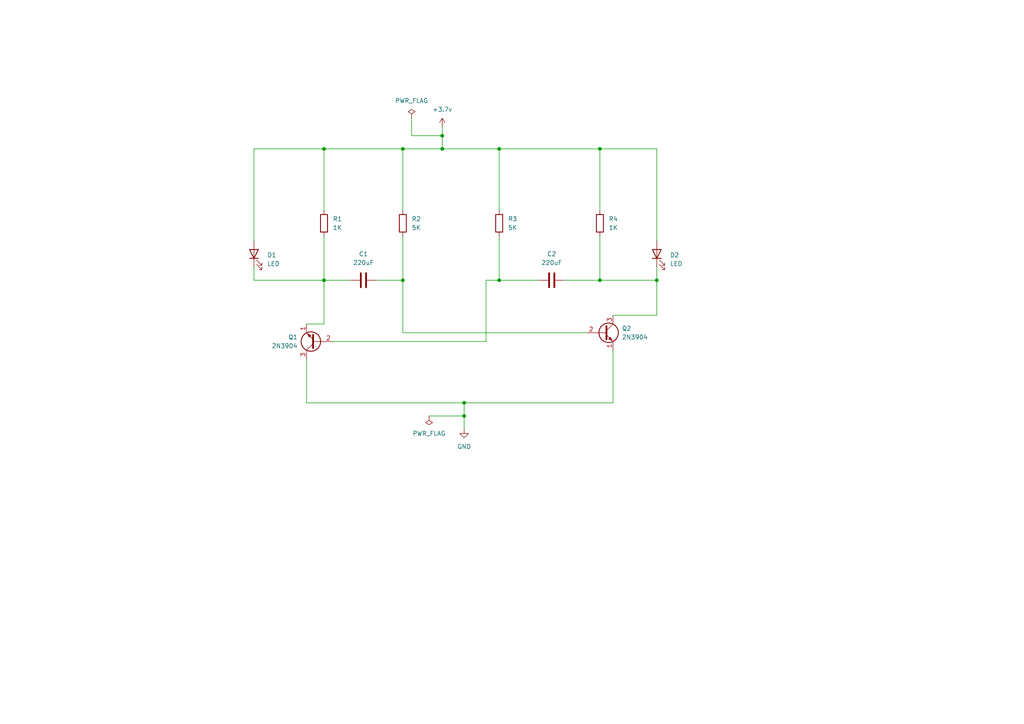
<source format=kicad_sch>
(kicad_sch
	(version 20250114)
	(generator "eeschema")
	(generator_version "9.0")
	(uuid "ad868dbb-34b3-4dba-8514-dd634eea5fff")
	(paper "A4")
	(title_block
		(title "astable multivibrator")
		(rev "9.0")
		(company "niyathi")
	)
	(lib_symbols
		(symbol "+3.7v:VCC"
			(power)
			(pin_numbers
				(hide yes)
			)
			(pin_names
				(offset 0)
				(hide yes)
			)
			(exclude_from_sim no)
			(in_bom yes)
			(on_board yes)
			(property "Reference" "#PWR"
				(at 0 -3.81 0)
				(effects
					(font
						(size 1.27 1.27)
					)
					(hide yes)
				)
			)
			(property "Value" "+3.7"
				(at 0 3.556 0)
				(effects
					(font
						(size 1.27 1.27)
					)
				)
			)
			(property "Footprint" ""
				(at 0 0 0)
				(effects
					(font
						(size 1.27 1.27)
					)
					(hide yes)
				)
			)
			(property "Datasheet" ""
				(at 0 0 0)
				(effects
					(font
						(size 1.27 1.27)
					)
					(hide yes)
				)
			)
			(property "Description" "Power symbol creates a global label with name \"VCC\""
				(at 0 0 0)
				(effects
					(font
						(size 1.27 1.27)
					)
					(hide yes)
				)
			)
			(property "ki_keywords" "global power"
				(at 0 0 0)
				(effects
					(font
						(size 1.27 1.27)
					)
					(hide yes)
				)
			)
			(symbol "VCC_0_1"
				(polyline
					(pts
						(xy -0.762 1.27) (xy 0 2.54)
					)
					(stroke
						(width 0)
						(type default)
					)
					(fill
						(type none)
					)
				)
				(polyline
					(pts
						(xy 0 2.54) (xy 0.762 1.27)
					)
					(stroke
						(width 0)
						(type default)
					)
					(fill
						(type none)
					)
				)
				(polyline
					(pts
						(xy 0 0) (xy 0 2.54)
					)
					(stroke
						(width 0)
						(type default)
					)
					(fill
						(type none)
					)
				)
			)
			(symbol "VCC_1_1"
				(pin power_in line
					(at 0 0 90)
					(length 0)
					(name "~"
						(effects
							(font
								(size 1.27 1.27)
							)
						)
					)
					(number "1"
						(effects
							(font
								(size 1.27 1.27)
							)
						)
					)
				)
			)
			(embedded_fonts no)
		)
		(symbol "Device:C"
			(pin_numbers
				(hide yes)
			)
			(pin_names
				(offset 0.254)
			)
			(exclude_from_sim no)
			(in_bom yes)
			(on_board yes)
			(property "Reference" "C"
				(at 0.635 2.54 0)
				(effects
					(font
						(size 1.27 1.27)
					)
					(justify left)
				)
			)
			(property "Value" "C"
				(at 0.635 -2.54 0)
				(effects
					(font
						(size 1.27 1.27)
					)
					(justify left)
				)
			)
			(property "Footprint" ""
				(at 0.9652 -3.81 0)
				(effects
					(font
						(size 1.27 1.27)
					)
					(hide yes)
				)
			)
			(property "Datasheet" "~"
				(at 0 0 0)
				(effects
					(font
						(size 1.27 1.27)
					)
					(hide yes)
				)
			)
			(property "Description" "Unpolarized capacitor"
				(at 0 0 0)
				(effects
					(font
						(size 1.27 1.27)
					)
					(hide yes)
				)
			)
			(property "ki_keywords" "cap capacitor"
				(at 0 0 0)
				(effects
					(font
						(size 1.27 1.27)
					)
					(hide yes)
				)
			)
			(property "ki_fp_filters" "C_*"
				(at 0 0 0)
				(effects
					(font
						(size 1.27 1.27)
					)
					(hide yes)
				)
			)
			(symbol "C_0_1"
				(polyline
					(pts
						(xy -2.032 0.762) (xy 2.032 0.762)
					)
					(stroke
						(width 0.508)
						(type default)
					)
					(fill
						(type none)
					)
				)
				(polyline
					(pts
						(xy -2.032 -0.762) (xy 2.032 -0.762)
					)
					(stroke
						(width 0.508)
						(type default)
					)
					(fill
						(type none)
					)
				)
			)
			(symbol "C_1_1"
				(pin passive line
					(at 0 3.81 270)
					(length 2.794)
					(name "~"
						(effects
							(font
								(size 1.27 1.27)
							)
						)
					)
					(number "1"
						(effects
							(font
								(size 1.27 1.27)
							)
						)
					)
				)
				(pin passive line
					(at 0 -3.81 90)
					(length 2.794)
					(name "~"
						(effects
							(font
								(size 1.27 1.27)
							)
						)
					)
					(number "2"
						(effects
							(font
								(size 1.27 1.27)
							)
						)
					)
				)
			)
			(embedded_fonts no)
		)
		(symbol "Device:LED"
			(pin_numbers
				(hide yes)
			)
			(pin_names
				(offset 1.016)
				(hide yes)
			)
			(exclude_from_sim no)
			(in_bom yes)
			(on_board yes)
			(property "Reference" "D"
				(at 0 2.54 0)
				(effects
					(font
						(size 1.27 1.27)
					)
				)
			)
			(property "Value" "LED"
				(at 0 -2.54 0)
				(effects
					(font
						(size 1.27 1.27)
					)
				)
			)
			(property "Footprint" ""
				(at 0 0 0)
				(effects
					(font
						(size 1.27 1.27)
					)
					(hide yes)
				)
			)
			(property "Datasheet" "~"
				(at 0 0 0)
				(effects
					(font
						(size 1.27 1.27)
					)
					(hide yes)
				)
			)
			(property "Description" "Light emitting diode"
				(at 0 0 0)
				(effects
					(font
						(size 1.27 1.27)
					)
					(hide yes)
				)
			)
			(property "Sim.Pins" "1=K 2=A"
				(at 0 0 0)
				(effects
					(font
						(size 1.27 1.27)
					)
					(hide yes)
				)
			)
			(property "ki_keywords" "LED diode"
				(at 0 0 0)
				(effects
					(font
						(size 1.27 1.27)
					)
					(hide yes)
				)
			)
			(property "ki_fp_filters" "LED* LED_SMD:* LED_THT:*"
				(at 0 0 0)
				(effects
					(font
						(size 1.27 1.27)
					)
					(hide yes)
				)
			)
			(symbol "LED_0_1"
				(polyline
					(pts
						(xy -3.048 -0.762) (xy -4.572 -2.286) (xy -3.81 -2.286) (xy -4.572 -2.286) (xy -4.572 -1.524)
					)
					(stroke
						(width 0)
						(type default)
					)
					(fill
						(type none)
					)
				)
				(polyline
					(pts
						(xy -1.778 -0.762) (xy -3.302 -2.286) (xy -2.54 -2.286) (xy -3.302 -2.286) (xy -3.302 -1.524)
					)
					(stroke
						(width 0)
						(type default)
					)
					(fill
						(type none)
					)
				)
				(polyline
					(pts
						(xy -1.27 0) (xy 1.27 0)
					)
					(stroke
						(width 0)
						(type default)
					)
					(fill
						(type none)
					)
				)
				(polyline
					(pts
						(xy -1.27 -1.27) (xy -1.27 1.27)
					)
					(stroke
						(width 0.254)
						(type default)
					)
					(fill
						(type none)
					)
				)
				(polyline
					(pts
						(xy 1.27 -1.27) (xy 1.27 1.27) (xy -1.27 0) (xy 1.27 -1.27)
					)
					(stroke
						(width 0.254)
						(type default)
					)
					(fill
						(type none)
					)
				)
			)
			(symbol "LED_1_1"
				(pin passive line
					(at -3.81 0 0)
					(length 2.54)
					(name "K"
						(effects
							(font
								(size 1.27 1.27)
							)
						)
					)
					(number "1"
						(effects
							(font
								(size 1.27 1.27)
							)
						)
					)
				)
				(pin passive line
					(at 3.81 0 180)
					(length 2.54)
					(name "A"
						(effects
							(font
								(size 1.27 1.27)
							)
						)
					)
					(number "2"
						(effects
							(font
								(size 1.27 1.27)
							)
						)
					)
				)
			)
			(embedded_fonts no)
		)
		(symbol "Device:R"
			(pin_numbers
				(hide yes)
			)
			(pin_names
				(offset 0)
			)
			(exclude_from_sim no)
			(in_bom yes)
			(on_board yes)
			(property "Reference" "R"
				(at 2.032 0 90)
				(effects
					(font
						(size 1.27 1.27)
					)
				)
			)
			(property "Value" "R"
				(at 0 0 90)
				(effects
					(font
						(size 1.27 1.27)
					)
				)
			)
			(property "Footprint" ""
				(at -1.778 0 90)
				(effects
					(font
						(size 1.27 1.27)
					)
					(hide yes)
				)
			)
			(property "Datasheet" "~"
				(at 0 0 0)
				(effects
					(font
						(size 1.27 1.27)
					)
					(hide yes)
				)
			)
			(property "Description" "Resistor"
				(at 0 0 0)
				(effects
					(font
						(size 1.27 1.27)
					)
					(hide yes)
				)
			)
			(property "ki_keywords" "R res resistor"
				(at 0 0 0)
				(effects
					(font
						(size 1.27 1.27)
					)
					(hide yes)
				)
			)
			(property "ki_fp_filters" "R_*"
				(at 0 0 0)
				(effects
					(font
						(size 1.27 1.27)
					)
					(hide yes)
				)
			)
			(symbol "R_0_1"
				(rectangle
					(start -1.016 -2.54)
					(end 1.016 2.54)
					(stroke
						(width 0.254)
						(type default)
					)
					(fill
						(type none)
					)
				)
			)
			(symbol "R_1_1"
				(pin passive line
					(at 0 3.81 270)
					(length 1.27)
					(name "~"
						(effects
							(font
								(size 1.27 1.27)
							)
						)
					)
					(number "1"
						(effects
							(font
								(size 1.27 1.27)
							)
						)
					)
				)
				(pin passive line
					(at 0 -3.81 90)
					(length 1.27)
					(name "~"
						(effects
							(font
								(size 1.27 1.27)
							)
						)
					)
					(number "2"
						(effects
							(font
								(size 1.27 1.27)
							)
						)
					)
				)
			)
			(embedded_fonts no)
		)
		(symbol "Transistor_BJT:2N3904"
			(pin_names
				(offset 0)
				(hide yes)
			)
			(exclude_from_sim no)
			(in_bom yes)
			(on_board yes)
			(property "Reference" "Q"
				(at 5.08 1.905 0)
				(effects
					(font
						(size 1.27 1.27)
					)
					(justify left)
				)
			)
			(property "Value" "2N3904"
				(at 5.08 0 0)
				(effects
					(font
						(size 1.27 1.27)
					)
					(justify left)
				)
			)
			(property "Footprint" "Package_TO_SOT_THT:TO-92_Inline"
				(at 5.08 -1.905 0)
				(effects
					(font
						(size 1.27 1.27)
						(italic yes)
					)
					(justify left)
					(hide yes)
				)
			)
			(property "Datasheet" "https://www.onsemi.com/pub/Collateral/2N3903-D.PDF"
				(at 0 0 0)
				(effects
					(font
						(size 1.27 1.27)
					)
					(justify left)
					(hide yes)
				)
			)
			(property "Description" "0.2A Ic, 40V Vce, Small Signal NPN Transistor, TO-92"
				(at 0 0 0)
				(effects
					(font
						(size 1.27 1.27)
					)
					(hide yes)
				)
			)
			(property "ki_keywords" "NPN Transistor"
				(at 0 0 0)
				(effects
					(font
						(size 1.27 1.27)
					)
					(hide yes)
				)
			)
			(property "ki_fp_filters" "TO?92*"
				(at 0 0 0)
				(effects
					(font
						(size 1.27 1.27)
					)
					(hide yes)
				)
			)
			(symbol "2N3904_0_1"
				(polyline
					(pts
						(xy -2.54 0) (xy 0.635 0)
					)
					(stroke
						(width 0)
						(type default)
					)
					(fill
						(type none)
					)
				)
				(polyline
					(pts
						(xy 0.635 1.905) (xy 0.635 -1.905)
					)
					(stroke
						(width 0.508)
						(type default)
					)
					(fill
						(type none)
					)
				)
				(circle
					(center 1.27 0)
					(radius 2.8194)
					(stroke
						(width 0.254)
						(type default)
					)
					(fill
						(type none)
					)
				)
			)
			(symbol "2N3904_1_1"
				(polyline
					(pts
						(xy 0.635 0.635) (xy 2.54 2.54)
					)
					(stroke
						(width 0)
						(type default)
					)
					(fill
						(type none)
					)
				)
				(polyline
					(pts
						(xy 0.635 -0.635) (xy 2.54 -2.54)
					)
					(stroke
						(width 0)
						(type default)
					)
					(fill
						(type none)
					)
				)
				(polyline
					(pts
						(xy 1.27 -1.778) (xy 1.778 -1.27) (xy 2.286 -2.286) (xy 1.27 -1.778)
					)
					(stroke
						(width 0)
						(type default)
					)
					(fill
						(type outline)
					)
				)
				(pin input line
					(at -5.08 0 0)
					(length 2.54)
					(name "B"
						(effects
							(font
								(size 1.27 1.27)
							)
						)
					)
					(number "2"
						(effects
							(font
								(size 1.27 1.27)
							)
						)
					)
				)
				(pin passive line
					(at 2.54 5.08 270)
					(length 2.54)
					(name "C"
						(effects
							(font
								(size 1.27 1.27)
							)
						)
					)
					(number "3"
						(effects
							(font
								(size 1.27 1.27)
							)
						)
					)
				)
				(pin passive line
					(at 2.54 -5.08 90)
					(length 2.54)
					(name "E"
						(effects
							(font
								(size 1.27 1.27)
							)
						)
					)
					(number "1"
						(effects
							(font
								(size 1.27 1.27)
							)
						)
					)
				)
			)
			(embedded_fonts no)
		)
		(symbol "power:GND"
			(power)
			(pin_numbers
				(hide yes)
			)
			(pin_names
				(offset 0)
				(hide yes)
			)
			(exclude_from_sim no)
			(in_bom yes)
			(on_board yes)
			(property "Reference" "#PWR"
				(at 0 -6.35 0)
				(effects
					(font
						(size 1.27 1.27)
					)
					(hide yes)
				)
			)
			(property "Value" "GND"
				(at 0 -3.81 0)
				(effects
					(font
						(size 1.27 1.27)
					)
				)
			)
			(property "Footprint" ""
				(at 0 0 0)
				(effects
					(font
						(size 1.27 1.27)
					)
					(hide yes)
				)
			)
			(property "Datasheet" ""
				(at 0 0 0)
				(effects
					(font
						(size 1.27 1.27)
					)
					(hide yes)
				)
			)
			(property "Description" "Power symbol creates a global label with name \"GND\" , ground"
				(at 0 0 0)
				(effects
					(font
						(size 1.27 1.27)
					)
					(hide yes)
				)
			)
			(property "ki_keywords" "global power"
				(at 0 0 0)
				(effects
					(font
						(size 1.27 1.27)
					)
					(hide yes)
				)
			)
			(symbol "GND_0_1"
				(polyline
					(pts
						(xy 0 0) (xy 0 -1.27) (xy 1.27 -1.27) (xy 0 -2.54) (xy -1.27 -1.27) (xy 0 -1.27)
					)
					(stroke
						(width 0)
						(type default)
					)
					(fill
						(type none)
					)
				)
			)
			(symbol "GND_1_1"
				(pin power_in line
					(at 0 0 270)
					(length 0)
					(name "~"
						(effects
							(font
								(size 1.27 1.27)
							)
						)
					)
					(number "1"
						(effects
							(font
								(size 1.27 1.27)
							)
						)
					)
				)
			)
			(embedded_fonts no)
		)
		(symbol "power:PWR_FLAG"
			(power)
			(pin_numbers
				(hide yes)
			)
			(pin_names
				(offset 0)
				(hide yes)
			)
			(exclude_from_sim no)
			(in_bom yes)
			(on_board yes)
			(property "Reference" "#FLG"
				(at 0 1.905 0)
				(effects
					(font
						(size 1.27 1.27)
					)
					(hide yes)
				)
			)
			(property "Value" "PWR_FLAG"
				(at 0 3.81 0)
				(effects
					(font
						(size 1.27 1.27)
					)
				)
			)
			(property "Footprint" ""
				(at 0 0 0)
				(effects
					(font
						(size 1.27 1.27)
					)
					(hide yes)
				)
			)
			(property "Datasheet" "~"
				(at 0 0 0)
				(effects
					(font
						(size 1.27 1.27)
					)
					(hide yes)
				)
			)
			(property "Description" "Special symbol for telling ERC where power comes from"
				(at 0 0 0)
				(effects
					(font
						(size 1.27 1.27)
					)
					(hide yes)
				)
			)
			(property "ki_keywords" "flag power"
				(at 0 0 0)
				(effects
					(font
						(size 1.27 1.27)
					)
					(hide yes)
				)
			)
			(symbol "PWR_FLAG_0_0"
				(pin power_out line
					(at 0 0 90)
					(length 0)
					(name "~"
						(effects
							(font
								(size 1.27 1.27)
							)
						)
					)
					(number "1"
						(effects
							(font
								(size 1.27 1.27)
							)
						)
					)
				)
			)
			(symbol "PWR_FLAG_0_1"
				(polyline
					(pts
						(xy 0 0) (xy 0 1.27) (xy -1.016 1.905) (xy 0 2.54) (xy 1.016 1.905) (xy 0 1.27)
					)
					(stroke
						(width 0)
						(type default)
					)
					(fill
						(type none)
					)
				)
			)
			(embedded_fonts no)
		)
	)
	(junction
		(at 128.27 43.18)
		(diameter 0)
		(color 0 0 0 0)
		(uuid "0746738d-544b-4fc7-8e8d-ebfa7719bf2e")
	)
	(junction
		(at 134.62 116.84)
		(diameter 0)
		(color 0 0 0 0)
		(uuid "07c53abc-f4f6-4197-bf1b-25a7c2318af0")
	)
	(junction
		(at 93.98 43.18)
		(diameter 0)
		(color 0 0 0 0)
		(uuid "0b104067-6b7a-4f15-878a-c83082273116")
	)
	(junction
		(at 116.84 43.18)
		(diameter 0)
		(color 0 0 0 0)
		(uuid "133d2407-24e3-4abc-8835-8a7f10d1a65e")
	)
	(junction
		(at 93.98 81.28)
		(diameter 0)
		(color 0 0 0 0)
		(uuid "43c3a420-07ab-423b-a6d5-c50569ea2be9")
	)
	(junction
		(at 134.62 120.65)
		(diameter 0)
		(color 0 0 0 0)
		(uuid "6f567a99-db8a-48ca-b06a-039fe8d838cf")
	)
	(junction
		(at 173.99 43.18)
		(diameter 0)
		(color 0 0 0 0)
		(uuid "762d167a-3ff0-44c8-9c23-e9ec6cb740aa")
	)
	(junction
		(at 144.78 81.28)
		(diameter 0)
		(color 0 0 0 0)
		(uuid "863201a8-5e93-4e33-b521-c15a76a1c568")
	)
	(junction
		(at 173.99 81.28)
		(diameter 0)
		(color 0 0 0 0)
		(uuid "9140054c-144f-4995-a0b0-a927b06a4672")
	)
	(junction
		(at 190.5 81.28)
		(diameter 0)
		(color 0 0 0 0)
		(uuid "979da082-0bf4-4f78-a546-554703418f47")
	)
	(junction
		(at 144.78 43.18)
		(diameter 0)
		(color 0 0 0 0)
		(uuid "a9ecc88d-613f-494c-a946-521d788e9472")
	)
	(junction
		(at 116.84 81.28)
		(diameter 0)
		(color 0 0 0 0)
		(uuid "b80d6614-d133-4d30-be85-35d5d6c5edbd")
	)
	(junction
		(at 128.27 39.37)
		(diameter 0)
		(color 0 0 0 0)
		(uuid "fdc25e68-c095-4c5b-98be-2efcbbfe3c81")
	)
	(wire
		(pts
			(xy 173.99 43.18) (xy 173.99 60.96)
		)
		(stroke
			(width 0)
			(type default)
		)
		(uuid "0076560d-b301-483e-8c43-ad55eb23dca1")
	)
	(wire
		(pts
			(xy 190.5 91.44) (xy 190.5 81.28)
		)
		(stroke
			(width 0)
			(type default)
		)
		(uuid "03b0a513-a8ff-41a6-b2e2-e06aa1189228")
	)
	(wire
		(pts
			(xy 144.78 81.28) (xy 156.21 81.28)
		)
		(stroke
			(width 0)
			(type default)
		)
		(uuid "04035a11-9768-44b1-8ce7-6af90369b856")
	)
	(wire
		(pts
			(xy 144.78 60.96) (xy 144.78 43.18)
		)
		(stroke
			(width 0)
			(type default)
		)
		(uuid "072e8363-5b45-4122-8dd5-7d8511fdcd06")
	)
	(wire
		(pts
			(xy 73.66 43.18) (xy 93.98 43.18)
		)
		(stroke
			(width 0)
			(type default)
		)
		(uuid "1093317e-dd04-4eec-aa81-d3748eda81ca")
	)
	(wire
		(pts
			(xy 144.78 81.28) (xy 140.97 81.28)
		)
		(stroke
			(width 0)
			(type default)
		)
		(uuid "15fbc242-6989-4413-8302-8eae93d785cd")
	)
	(wire
		(pts
			(xy 128.27 39.37) (xy 128.27 43.18)
		)
		(stroke
			(width 0)
			(type default)
		)
		(uuid "18a805c5-6cce-4153-812d-9f7724e07af4")
	)
	(wire
		(pts
			(xy 173.99 81.28) (xy 190.5 81.28)
		)
		(stroke
			(width 0)
			(type default)
		)
		(uuid "249ab7c1-7e2b-412a-a587-ad75a7329776")
	)
	(wire
		(pts
			(xy 128.27 43.18) (xy 144.78 43.18)
		)
		(stroke
			(width 0)
			(type default)
		)
		(uuid "28a69e10-7eed-4c03-b759-f76fb8277551")
	)
	(wire
		(pts
			(xy 93.98 81.28) (xy 101.6 81.28)
		)
		(stroke
			(width 0)
			(type default)
		)
		(uuid "2a88ed7b-e088-4c74-88ed-1a6a3f7e0649")
	)
	(wire
		(pts
			(xy 73.66 77.47) (xy 73.66 81.28)
		)
		(stroke
			(width 0)
			(type default)
		)
		(uuid "382b7e23-f87d-4eca-a2d6-2a8bf60619d7")
	)
	(wire
		(pts
			(xy 134.62 120.65) (xy 134.62 116.84)
		)
		(stroke
			(width 0)
			(type default)
		)
		(uuid "3b763edf-979f-466e-a066-7a2853eabf4f")
	)
	(wire
		(pts
			(xy 173.99 81.28) (xy 173.99 68.58)
		)
		(stroke
			(width 0)
			(type default)
		)
		(uuid "41ac6c8a-b9e4-4643-96b6-ab629c658abf")
	)
	(wire
		(pts
			(xy 119.38 39.37) (xy 128.27 39.37)
		)
		(stroke
			(width 0)
			(type default)
		)
		(uuid "51b32886-6a47-4488-99e1-9ee8882af435")
	)
	(wire
		(pts
			(xy 88.9 104.14) (xy 88.9 116.84)
		)
		(stroke
			(width 0)
			(type default)
		)
		(uuid "522010a9-4e32-4047-848d-fde3b4557bff")
	)
	(wire
		(pts
			(xy 173.99 43.18) (xy 190.5 43.18)
		)
		(stroke
			(width 0)
			(type default)
		)
		(uuid "523ea1ff-20e8-4af6-a284-223bd6b1a863")
	)
	(wire
		(pts
			(xy 119.38 34.29) (xy 119.38 39.37)
		)
		(stroke
			(width 0)
			(type default)
		)
		(uuid "57492cb4-5dae-440f-bb9c-0b024a30aab4")
	)
	(wire
		(pts
			(xy 140.97 81.28) (xy 140.97 99.06)
		)
		(stroke
			(width 0)
			(type default)
		)
		(uuid "63040610-7add-4b83-bda0-849503b469c5")
	)
	(wire
		(pts
			(xy 93.98 68.58) (xy 93.98 81.28)
		)
		(stroke
			(width 0)
			(type default)
		)
		(uuid "6d070039-cdb7-4e3e-a226-8de82e6c692e")
	)
	(wire
		(pts
			(xy 190.5 81.28) (xy 190.5 77.47)
		)
		(stroke
			(width 0)
			(type default)
		)
		(uuid "76a3ca8a-3a55-497d-b7bc-a91dd78a777c")
	)
	(wire
		(pts
			(xy 116.84 43.18) (xy 128.27 43.18)
		)
		(stroke
			(width 0)
			(type default)
		)
		(uuid "7ca2c0d7-5832-4ec9-bef3-5da275b2073a")
	)
	(wire
		(pts
			(xy 93.98 81.28) (xy 93.98 93.98)
		)
		(stroke
			(width 0)
			(type default)
		)
		(uuid "8041dd67-20be-40df-95b7-840458630185")
	)
	(wire
		(pts
			(xy 144.78 43.18) (xy 173.99 43.18)
		)
		(stroke
			(width 0)
			(type default)
		)
		(uuid "89710078-0d12-4df0-9504-00da91769858")
	)
	(wire
		(pts
			(xy 93.98 93.98) (xy 88.9 93.98)
		)
		(stroke
			(width 0)
			(type default)
		)
		(uuid "8b25a820-b920-4843-a36e-293824b93c07")
	)
	(wire
		(pts
			(xy 116.84 96.52) (xy 170.18 96.52)
		)
		(stroke
			(width 0)
			(type default)
		)
		(uuid "8bf02b82-24ed-43f8-b234-24a0f30634f4")
	)
	(wire
		(pts
			(xy 73.66 69.85) (xy 73.66 43.18)
		)
		(stroke
			(width 0)
			(type default)
		)
		(uuid "9217b300-9e65-481b-8751-4dcb9eded9ba")
	)
	(wire
		(pts
			(xy 177.8 116.84) (xy 177.8 101.6)
		)
		(stroke
			(width 0)
			(type default)
		)
		(uuid "953523fa-ab51-4c5c-8de8-9e476fa8278c")
	)
	(wire
		(pts
			(xy 163.83 81.28) (xy 173.99 81.28)
		)
		(stroke
			(width 0)
			(type default)
		)
		(uuid "9ff24ed3-48cb-4d44-8593-aa90ffc15246")
	)
	(wire
		(pts
			(xy 93.98 43.18) (xy 116.84 43.18)
		)
		(stroke
			(width 0)
			(type default)
		)
		(uuid "a1b79232-fde4-4ebe-bc09-06cd4c6981ff")
	)
	(wire
		(pts
			(xy 177.8 91.44) (xy 190.5 91.44)
		)
		(stroke
			(width 0)
			(type default)
		)
		(uuid "a98ee9ba-9b61-4aff-a344-9447a4d8ccc0")
	)
	(wire
		(pts
			(xy 116.84 81.28) (xy 116.84 68.58)
		)
		(stroke
			(width 0)
			(type default)
		)
		(uuid "aa19d035-b1f9-4236-84e7-713e22df7dd7")
	)
	(wire
		(pts
			(xy 134.62 124.46) (xy 134.62 120.65)
		)
		(stroke
			(width 0)
			(type default)
		)
		(uuid "afae526b-63bc-4e73-bed0-9d990a4cd11b")
	)
	(wire
		(pts
			(xy 88.9 116.84) (xy 134.62 116.84)
		)
		(stroke
			(width 0)
			(type default)
		)
		(uuid "ba31ae9e-d620-4d0e-b35e-7755c70f41dd")
	)
	(wire
		(pts
			(xy 140.97 99.06) (xy 96.52 99.06)
		)
		(stroke
			(width 0)
			(type default)
		)
		(uuid "c98af1fa-ac1a-41e7-ba03-d6de13b84dd0")
	)
	(wire
		(pts
			(xy 116.84 81.28) (xy 116.84 96.52)
		)
		(stroke
			(width 0)
			(type default)
		)
		(uuid "ce1aae0a-dfe4-434c-b40a-ee25cc0c4212")
	)
	(wire
		(pts
			(xy 109.22 81.28) (xy 116.84 81.28)
		)
		(stroke
			(width 0)
			(type default)
		)
		(uuid "d50f985b-39a6-4787-a5da-cc61ac07e226")
	)
	(wire
		(pts
			(xy 93.98 43.18) (xy 93.98 60.96)
		)
		(stroke
			(width 0)
			(type default)
		)
		(uuid "d5969486-d1d5-493e-8f64-7e528f4d3beb")
	)
	(wire
		(pts
			(xy 124.46 120.65) (xy 134.62 120.65)
		)
		(stroke
			(width 0)
			(type default)
		)
		(uuid "d80c3d98-7296-4875-b60b-0d1305bcf10e")
	)
	(wire
		(pts
			(xy 134.62 116.84) (xy 177.8 116.84)
		)
		(stroke
			(width 0)
			(type default)
		)
		(uuid "d9ee6212-1527-4afa-90bf-f8f3e5c05792")
	)
	(wire
		(pts
			(xy 116.84 60.96) (xy 116.84 43.18)
		)
		(stroke
			(width 0)
			(type default)
		)
		(uuid "db61a61c-78b3-489e-ab3e-d0789dd64e0b")
	)
	(wire
		(pts
			(xy 128.27 36.83) (xy 128.27 39.37)
		)
		(stroke
			(width 0)
			(type default)
		)
		(uuid "de253945-ac4e-4cb9-978a-a1b609036f78")
	)
	(wire
		(pts
			(xy 190.5 43.18) (xy 190.5 69.85)
		)
		(stroke
			(width 0)
			(type default)
		)
		(uuid "e115bc01-a159-44fe-96fd-4458b877b706")
	)
	(wire
		(pts
			(xy 73.66 81.28) (xy 93.98 81.28)
		)
		(stroke
			(width 0)
			(type default)
		)
		(uuid "e2452ab3-0c1d-4d51-a667-9266b0b541c1")
	)
	(wire
		(pts
			(xy 144.78 68.58) (xy 144.78 81.28)
		)
		(stroke
			(width 0)
			(type default)
		)
		(uuid "eb85c1af-3ccf-4502-8407-078fec4cc840")
	)
	(symbol
		(lib_id "Device:R")
		(at 93.98 64.77 0)
		(unit 1)
		(exclude_from_sim no)
		(in_bom yes)
		(on_board yes)
		(dnp no)
		(fields_autoplaced yes)
		(uuid "09ff680f-25da-4fd9-acdb-85f0423566a2")
		(property "Reference" "R1"
			(at 96.52 63.4999 0)
			(effects
				(font
					(size 1.27 1.27)
				)
				(justify left)
			)
		)
		(property "Value" "1K"
			(at 96.52 66.0399 0)
			(effects
				(font
					(size 1.27 1.27)
				)
				(justify left)
			)
		)
		(property "Footprint" "Resistor_THT:R_Axial_DIN0204_L3.6mm_D1.6mm_P2.54mm_Vertical"
			(at 92.202 64.77 90)
			(effects
				(font
					(size 1.27 1.27)
				)
				(hide yes)
			)
		)
		(property "Datasheet" "~"
			(at 93.98 64.77 0)
			(effects
				(font
					(size 1.27 1.27)
				)
				(hide yes)
			)
		)
		(property "Description" "Resistor"
			(at 93.98 64.77 0)
			(effects
				(font
					(size 1.27 1.27)
				)
				(hide yes)
			)
		)
		(pin "1"
			(uuid "11875f1f-4c8e-4c07-aa71-760900d6aafe")
		)
		(pin "2"
			(uuid "375d9854-b0bb-47cc-8d33-db98371604ec")
		)
		(instances
			(project ""
				(path "/ad868dbb-34b3-4dba-8514-dd634eea5fff"
					(reference "R1")
					(unit 1)
				)
			)
		)
	)
	(symbol
		(lib_id "Transistor_BJT:2N3904")
		(at 175.26 96.52 0)
		(unit 1)
		(exclude_from_sim no)
		(in_bom yes)
		(on_board yes)
		(dnp no)
		(fields_autoplaced yes)
		(uuid "18c5111c-0a74-4047-abf2-9cae6cd50f98")
		(property "Reference" "Q2"
			(at 180.34 95.2499 0)
			(effects
				(font
					(size 1.27 1.27)
				)
				(justify left)
			)
		)
		(property "Value" "2N3904"
			(at 180.34 97.7899 0)
			(effects
				(font
					(size 1.27 1.27)
				)
				(justify left)
			)
		)
		(property "Footprint" "Package_TO_SOT_THT:TO-92_Inline"
			(at 180.34 98.425 0)
			(effects
				(font
					(size 1.27 1.27)
					(italic yes)
				)
				(justify left)
				(hide yes)
			)
		)
		(property "Datasheet" "https://www.onsemi.com/pub/Collateral/2N3903-D.PDF"
			(at 175.26 96.52 0)
			(effects
				(font
					(size 1.27 1.27)
				)
				(justify left)
				(hide yes)
			)
		)
		(property "Description" "0.2A Ic, 40V Vce, Small Signal NPN Transistor, TO-92"
			(at 175.26 96.52 0)
			(effects
				(font
					(size 1.27 1.27)
				)
				(hide yes)
			)
		)
		(pin "3"
			(uuid "15f7cdee-433f-4902-b71e-efa5ca340a68")
		)
		(pin "2"
			(uuid "ef02dc27-4ce5-44ef-973e-155f4c24fcf7")
		)
		(pin "1"
			(uuid "05d236e6-906e-4b02-92c9-8bcab5c09859")
		)
		(instances
			(project ""
				(path "/ad868dbb-34b3-4dba-8514-dd634eea5fff"
					(reference "Q2")
					(unit 1)
				)
			)
		)
	)
	(symbol
		(lib_id "Device:LED")
		(at 73.66 73.66 90)
		(unit 1)
		(exclude_from_sim no)
		(in_bom yes)
		(on_board yes)
		(dnp no)
		(fields_autoplaced yes)
		(uuid "32fe720f-1382-4733-bb06-1ba04590afc1")
		(property "Reference" "D1"
			(at 77.47 73.9774 90)
			(effects
				(font
					(size 1.27 1.27)
				)
				(justify right)
			)
		)
		(property "Value" "LED"
			(at 77.47 76.5174 90)
			(effects
				(font
					(size 1.27 1.27)
				)
				(justify right)
			)
		)
		(property "Footprint" "LED_THT:LED_D3.0mm"
			(at 73.66 73.66 0)
			(effects
				(font
					(size 1.27 1.27)
				)
				(hide yes)
			)
		)
		(property "Datasheet" "~"
			(at 73.66 73.66 0)
			(effects
				(font
					(size 1.27 1.27)
				)
				(hide yes)
			)
		)
		(property "Description" "Light emitting diode"
			(at 73.66 73.66 0)
			(effects
				(font
					(size 1.27 1.27)
				)
				(hide yes)
			)
		)
		(property "Sim.Pins" "1=K 2=A"
			(at 73.66 73.66 0)
			(effects
				(font
					(size 1.27 1.27)
				)
				(hide yes)
			)
		)
		(pin "2"
			(uuid "f39a110f-c9a4-4ccc-abb4-7ec1a28cecf3")
		)
		(pin "1"
			(uuid "1420a0c6-0ebf-4b24-a4ac-6badb6dd16ec")
		)
		(instances
			(project ""
				(path "/ad868dbb-34b3-4dba-8514-dd634eea5fff"
					(reference "D1")
					(unit 1)
				)
			)
		)
	)
	(symbol
		(lib_id "Device:R")
		(at 144.78 64.77 0)
		(unit 1)
		(exclude_from_sim no)
		(in_bom yes)
		(on_board yes)
		(dnp no)
		(fields_autoplaced yes)
		(uuid "4525fb9d-2cd1-4eb1-8a76-337a3c4c3132")
		(property "Reference" "R3"
			(at 147.32 63.4999 0)
			(effects
				(font
					(size 1.27 1.27)
				)
				(justify left)
			)
		)
		(property "Value" "5K"
			(at 147.32 66.0399 0)
			(effects
				(font
					(size 1.27 1.27)
				)
				(justify left)
			)
		)
		(property "Footprint" "Resistor_THT:R_Axial_DIN0204_L3.6mm_D1.6mm_P2.54mm_Vertical"
			(at 143.002 64.77 90)
			(effects
				(font
					(size 1.27 1.27)
				)
				(hide yes)
			)
		)
		(property "Datasheet" "~"
			(at 144.78 64.77 0)
			(effects
				(font
					(size 1.27 1.27)
				)
				(hide yes)
			)
		)
		(property "Description" "Resistor"
			(at 144.78 64.77 0)
			(effects
				(font
					(size 1.27 1.27)
				)
				(hide yes)
			)
		)
		(pin "1"
			(uuid "164e6654-6147-45f0-abec-d86a1ee6d27c")
		)
		(pin "2"
			(uuid "2156a4cf-4821-4df0-8e05-854aa635b68c")
		)
		(instances
			(project ""
				(path "/ad868dbb-34b3-4dba-8514-dd634eea5fff"
					(reference "R3")
					(unit 1)
				)
			)
		)
	)
	(symbol
		(lib_id "Device:R")
		(at 116.84 64.77 0)
		(unit 1)
		(exclude_from_sim no)
		(in_bom yes)
		(on_board yes)
		(dnp no)
		(fields_autoplaced yes)
		(uuid "4daeaaf7-494c-4019-84c1-6e6ec7c0efd0")
		(property "Reference" "R2"
			(at 119.38 63.4999 0)
			(effects
				(font
					(size 1.27 1.27)
				)
				(justify left)
			)
		)
		(property "Value" "5K"
			(at 119.38 66.0399 0)
			(effects
				(font
					(size 1.27 1.27)
				)
				(justify left)
			)
		)
		(property "Footprint" "Resistor_THT:R_Axial_DIN0204_L3.6mm_D1.6mm_P2.54mm_Vertical"
			(at 115.062 64.77 90)
			(effects
				(font
					(size 1.27 1.27)
				)
				(hide yes)
			)
		)
		(property "Datasheet" "~"
			(at 116.84 64.77 0)
			(effects
				(font
					(size 1.27 1.27)
				)
				(hide yes)
			)
		)
		(property "Description" "Resistor"
			(at 116.84 64.77 0)
			(effects
				(font
					(size 1.27 1.27)
				)
				(hide yes)
			)
		)
		(pin "1"
			(uuid "eca6fbd5-cb81-457c-8bde-34932e1f2230")
		)
		(pin "2"
			(uuid "88d00a98-17de-4247-ab52-e1b0e334285c")
		)
		(instances
			(project ""
				(path "/ad868dbb-34b3-4dba-8514-dd634eea5fff"
					(reference "R2")
					(unit 1)
				)
			)
		)
	)
	(symbol
		(lib_id "Device:C")
		(at 160.02 81.28 90)
		(unit 1)
		(exclude_from_sim no)
		(in_bom yes)
		(on_board yes)
		(dnp no)
		(fields_autoplaced yes)
		(uuid "5308eea5-5e22-4420-87b7-3f69d4bf48c0")
		(property "Reference" "C2"
			(at 160.02 73.66 90)
			(effects
				(font
					(size 1.27 1.27)
				)
			)
		)
		(property "Value" "220uF"
			(at 160.02 76.2 90)
			(effects
				(font
					(size 1.27 1.27)
				)
			)
		)
		(property "Footprint" "Capacitor_THT:CP_Radial_D5.0mm_P2.50mm"
			(at 163.83 80.3148 0)
			(effects
				(font
					(size 1.27 1.27)
				)
				(hide yes)
			)
		)
		(property "Datasheet" "~"
			(at 160.02 81.28 0)
			(effects
				(font
					(size 1.27 1.27)
				)
				(hide yes)
			)
		)
		(property "Description" "Unpolarized capacitor"
			(at 160.02 81.28 0)
			(effects
				(font
					(size 1.27 1.27)
				)
				(hide yes)
			)
		)
		(pin "1"
			(uuid "367cd4c4-77d1-4414-8606-24bba3b3a3c0")
		)
		(pin "2"
			(uuid "b54d0960-d851-41a0-964f-551e7b93133b")
		)
		(instances
			(project ""
				(path "/ad868dbb-34b3-4dba-8514-dd634eea5fff"
					(reference "C2")
					(unit 1)
				)
			)
		)
	)
	(symbol
		(lib_id "+3.7v:VCC")
		(at 128.27 36.83 0)
		(unit 1)
		(exclude_from_sim no)
		(in_bom yes)
		(on_board yes)
		(dnp no)
		(fields_autoplaced yes)
		(uuid "54b9993c-196e-4561-9960-cbdbc55364fa")
		(property "Reference" "#PWR02"
			(at 128.27 40.64 0)
			(effects
				(font
					(size 1.27 1.27)
				)
				(hide yes)
			)
		)
		(property "Value" "+3.7v"
			(at 128.27 31.75 0)
			(effects
				(font
					(size 1.27 1.27)
				)
			)
		)
		(property "Footprint" ""
			(at 128.27 36.83 0)
			(effects
				(font
					(size 1.27 1.27)
				)
				(hide yes)
			)
		)
		(property "Datasheet" ""
			(at 128.27 36.83 0)
			(effects
				(font
					(size 1.27 1.27)
				)
				(hide yes)
			)
		)
		(property "Description" "Power symbol creates a global label with name \"VCC\""
			(at 128.27 36.83 0)
			(effects
				(font
					(size 1.27 1.27)
				)
				(hide yes)
			)
		)
		(pin "1"
			(uuid "0fa86e6a-347c-486d-aa5e-308709559732")
		)
		(instances
			(project ""
				(path "/ad868dbb-34b3-4dba-8514-dd634eea5fff"
					(reference "#PWR02")
					(unit 1)
				)
			)
		)
	)
	(symbol
		(lib_id "Device:R")
		(at 173.99 64.77 0)
		(unit 1)
		(exclude_from_sim no)
		(in_bom yes)
		(on_board yes)
		(dnp no)
		(fields_autoplaced yes)
		(uuid "838f064e-f31c-49c7-afec-aa36e5b33879")
		(property "Reference" "R4"
			(at 176.53 63.4999 0)
			(effects
				(font
					(size 1.27 1.27)
				)
				(justify left)
			)
		)
		(property "Value" "1K"
			(at 176.53 66.0399 0)
			(effects
				(font
					(size 1.27 1.27)
				)
				(justify left)
			)
		)
		(property "Footprint" "Resistor_THT:R_Axial_DIN0204_L3.6mm_D1.6mm_P2.54mm_Vertical"
			(at 172.212 64.77 90)
			(effects
				(font
					(size 1.27 1.27)
				)
				(hide yes)
			)
		)
		(property "Datasheet" "~"
			(at 173.99 64.77 0)
			(effects
				(font
					(size 1.27 1.27)
				)
				(hide yes)
			)
		)
		(property "Description" "Resistor"
			(at 173.99 64.77 0)
			(effects
				(font
					(size 1.27 1.27)
				)
				(hide yes)
			)
		)
		(pin "2"
			(uuid "52981084-4cd6-4f30-9f81-d63d362f5112")
		)
		(pin "1"
			(uuid "9332ea26-2417-456b-8c57-e64a49ae7375")
		)
		(instances
			(project ""
				(path "/ad868dbb-34b3-4dba-8514-dd634eea5fff"
					(reference "R4")
					(unit 1)
				)
			)
		)
	)
	(symbol
		(lib_id "power:PWR_FLAG")
		(at 124.46 120.65 180)
		(unit 1)
		(exclude_from_sim no)
		(in_bom yes)
		(on_board yes)
		(dnp no)
		(fields_autoplaced yes)
		(uuid "87f31ae0-4b4e-4145-9b08-38cc45cf0762")
		(property "Reference" "#FLG02"
			(at 124.46 122.555 0)
			(effects
				(font
					(size 1.27 1.27)
				)
				(hide yes)
			)
		)
		(property "Value" "PWR_FLAG"
			(at 124.46 125.73 0)
			(effects
				(font
					(size 1.27 1.27)
				)
			)
		)
		(property "Footprint" ""
			(at 124.46 120.65 0)
			(effects
				(font
					(size 1.27 1.27)
				)
				(hide yes)
			)
		)
		(property "Datasheet" "~"
			(at 124.46 120.65 0)
			(effects
				(font
					(size 1.27 1.27)
				)
				(hide yes)
			)
		)
		(property "Description" "Special symbol for telling ERC where power comes from"
			(at 124.46 120.65 0)
			(effects
				(font
					(size 1.27 1.27)
				)
				(hide yes)
			)
		)
		(pin "1"
			(uuid "e4a51ac4-c961-4fe1-9a3c-12352e112066")
		)
		(instances
			(project "astable vibrator(B)"
				(path "/ad868dbb-34b3-4dba-8514-dd634eea5fff"
					(reference "#FLG02")
					(unit 1)
				)
			)
		)
	)
	(symbol
		(lib_id "Device:LED")
		(at 190.5 73.66 90)
		(unit 1)
		(exclude_from_sim no)
		(in_bom yes)
		(on_board yes)
		(dnp no)
		(fields_autoplaced yes)
		(uuid "8b6df9e2-cf0d-41e5-913c-84571b8d2460")
		(property "Reference" "D2"
			(at 194.31 73.9774 90)
			(effects
				(font
					(size 1.27 1.27)
				)
				(justify right)
			)
		)
		(property "Value" "LED"
			(at 194.31 76.5174 90)
			(effects
				(font
					(size 1.27 1.27)
				)
				(justify right)
			)
		)
		(property "Footprint" "LED_THT:LED_D3.0mm"
			(at 190.5 73.66 0)
			(effects
				(font
					(size 1.27 1.27)
				)
				(hide yes)
			)
		)
		(property "Datasheet" "~"
			(at 190.5 73.66 0)
			(effects
				(font
					(size 1.27 1.27)
				)
				(hide yes)
			)
		)
		(property "Description" "Light emitting diode"
			(at 190.5 73.66 0)
			(effects
				(font
					(size 1.27 1.27)
				)
				(hide yes)
			)
		)
		(property "Sim.Pins" "1=K 2=A"
			(at 190.5 73.66 0)
			(effects
				(font
					(size 1.27 1.27)
				)
				(hide yes)
			)
		)
		(pin "1"
			(uuid "2df5443a-f811-40bc-907b-7c4eb436d276")
		)
		(pin "2"
			(uuid "8ac28f26-7641-4f2c-90d7-bbe7d419f75d")
		)
		(instances
			(project ""
				(path "/ad868dbb-34b3-4dba-8514-dd634eea5fff"
					(reference "D2")
					(unit 1)
				)
			)
		)
	)
	(symbol
		(lib_id "power:PWR_FLAG")
		(at 119.38 34.29 0)
		(unit 1)
		(exclude_from_sim no)
		(in_bom yes)
		(on_board yes)
		(dnp no)
		(fields_autoplaced yes)
		(uuid "a0a3d343-a2f7-4a55-bb12-a4943fa3c859")
		(property "Reference" "#FLG01"
			(at 119.38 32.385 0)
			(effects
				(font
					(size 1.27 1.27)
				)
				(hide yes)
			)
		)
		(property "Value" "PWR_FLAG"
			(at 119.38 29.21 0)
			(effects
				(font
					(size 1.27 1.27)
				)
			)
		)
		(property "Footprint" ""
			(at 119.38 34.29 0)
			(effects
				(font
					(size 1.27 1.27)
				)
				(hide yes)
			)
		)
		(property "Datasheet" "~"
			(at 119.38 34.29 0)
			(effects
				(font
					(size 1.27 1.27)
				)
				(hide yes)
			)
		)
		(property "Description" "Special symbol for telling ERC where power comes from"
			(at 119.38 34.29 0)
			(effects
				(font
					(size 1.27 1.27)
				)
				(hide yes)
			)
		)
		(pin "1"
			(uuid "eb4f7f9f-5e29-4a98-add9-714f138b6fd6")
		)
		(instances
			(project ""
				(path "/ad868dbb-34b3-4dba-8514-dd634eea5fff"
					(reference "#FLG01")
					(unit 1)
				)
			)
		)
	)
	(symbol
		(lib_id "Device:C")
		(at 105.41 81.28 90)
		(unit 1)
		(exclude_from_sim no)
		(in_bom yes)
		(on_board yes)
		(dnp no)
		(fields_autoplaced yes)
		(uuid "bc00dd59-c660-4257-b6d9-873ab1d60521")
		(property "Reference" "C1"
			(at 105.41 73.66 90)
			(effects
				(font
					(size 1.27 1.27)
				)
			)
		)
		(property "Value" "220uF"
			(at 105.41 76.2 90)
			(effects
				(font
					(size 1.27 1.27)
				)
			)
		)
		(property "Footprint" "Capacitor_THT:CP_Radial_D5.0mm_P2.50mm"
			(at 109.22 80.3148 0)
			(effects
				(font
					(size 1.27 1.27)
				)
				(hide yes)
			)
		)
		(property "Datasheet" "~"
			(at 105.41 81.28 0)
			(effects
				(font
					(size 1.27 1.27)
				)
				(hide yes)
			)
		)
		(property "Description" "Unpolarized capacitor"
			(at 105.41 81.28 0)
			(effects
				(font
					(size 1.27 1.27)
				)
				(hide yes)
			)
		)
		(pin "1"
			(uuid "cb31b77f-b1cb-4950-8c24-a934a9198278")
		)
		(pin "2"
			(uuid "10fc9397-a4a7-4d19-804d-b644c667c39a")
		)
		(instances
			(project ""
				(path "/ad868dbb-34b3-4dba-8514-dd634eea5fff"
					(reference "C1")
					(unit 1)
				)
			)
		)
	)
	(symbol
		(lib_id "power:GND")
		(at 134.62 124.46 0)
		(unit 1)
		(exclude_from_sim no)
		(in_bom yes)
		(on_board yes)
		(dnp no)
		(fields_autoplaced yes)
		(uuid "bedb4c09-bb1f-4ca3-bac5-e337cb44858e")
		(property "Reference" "#PWR01"
			(at 134.62 130.81 0)
			(effects
				(font
					(size 1.27 1.27)
				)
				(hide yes)
			)
		)
		(property "Value" "GND"
			(at 134.62 129.54 0)
			(effects
				(font
					(size 1.27 1.27)
				)
			)
		)
		(property "Footprint" ""
			(at 134.62 124.46 0)
			(effects
				(font
					(size 1.27 1.27)
				)
				(hide yes)
			)
		)
		(property "Datasheet" ""
			(at 134.62 124.46 0)
			(effects
				(font
					(size 1.27 1.27)
				)
				(hide yes)
			)
		)
		(property "Description" "Power symbol creates a global label with name \"GND\" , ground"
			(at 134.62 124.46 0)
			(effects
				(font
					(size 1.27 1.27)
				)
				(hide yes)
			)
		)
		(pin "1"
			(uuid "2b7d0eb9-ce07-4a56-93e3-11792dd3c967")
		)
		(instances
			(project ""
				(path "/ad868dbb-34b3-4dba-8514-dd634eea5fff"
					(reference "#PWR01")
					(unit 1)
				)
			)
		)
	)
	(symbol
		(lib_id "Transistor_BJT:2N3904")
		(at 91.44 99.06 180)
		(unit 1)
		(exclude_from_sim no)
		(in_bom yes)
		(on_board yes)
		(dnp no)
		(fields_autoplaced yes)
		(uuid "ef031e99-8400-445d-a849-b2a381ca7cf6")
		(property "Reference" "Q1"
			(at 86.36 97.7899 0)
			(effects
				(font
					(size 1.27 1.27)
				)
				(justify left)
			)
		)
		(property "Value" "2N3904"
			(at 86.36 100.3299 0)
			(effects
				(font
					(size 1.27 1.27)
				)
				(justify left)
			)
		)
		(property "Footprint" "Package_TO_SOT_THT:TO-92_Inline"
			(at 86.36 97.155 0)
			(effects
				(font
					(size 1.27 1.27)
					(italic yes)
				)
				(justify left)
				(hide yes)
			)
		)
		(property "Datasheet" "https://www.onsemi.com/pub/Collateral/2N3903-D.PDF"
			(at 91.44 99.06 0)
			(effects
				(font
					(size 1.27 1.27)
				)
				(justify left)
				(hide yes)
			)
		)
		(property "Description" "0.2A Ic, 40V Vce, Small Signal NPN Transistor, TO-92"
			(at 91.44 99.06 0)
			(effects
				(font
					(size 1.27 1.27)
				)
				(hide yes)
			)
		)
		(pin "2"
			(uuid "82c9a88e-2027-42ae-bbce-1b3e661d24e4")
		)
		(pin "3"
			(uuid "fee5f13f-9e30-4750-8c82-5cbbe5e7d613")
		)
		(pin "1"
			(uuid "666370da-262e-4f84-baf2-b2424f22ffae")
		)
		(instances
			(project ""
				(path "/ad868dbb-34b3-4dba-8514-dd634eea5fff"
					(reference "Q1")
					(unit 1)
				)
			)
		)
	)
	(sheet_instances
		(path "/"
			(page "1")
		)
	)
	(embedded_fonts no)
)

</source>
